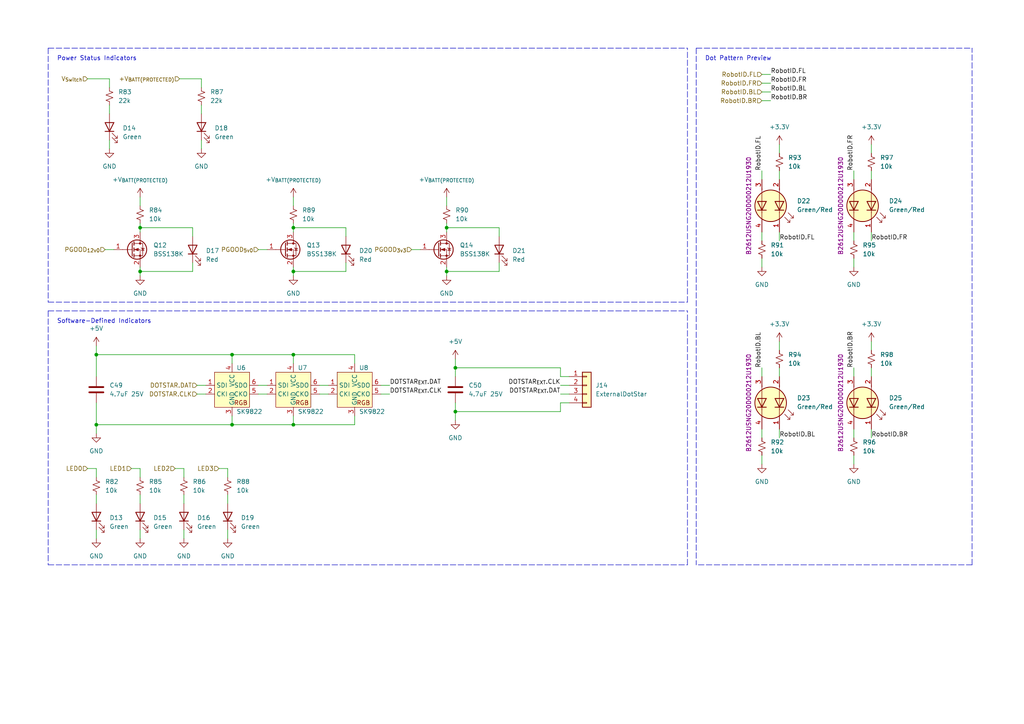
<source format=kicad_sch>
(kicad_sch (version 20211123) (generator eeschema)
  (paper "A4")
  (title_block (title "Control") (date "2023-02-09") (rev "1.0.0") (company "The A-Team (RC SSL)") (comment 1 "W. Stuckey & R. Osawa"))
  (lib_symbols
    (symbol "AT-LED:LED_Dual_KAAK" (pin_names (offset 0) hide)
      (property "Reference" "D" (at 0 5.715 0))
      (property "Value" "LED_Dual_KAAK" (at 0 -6.35 0))
      (symbol "LED_Dual_KAAK_0_1"
        (polyline (pts (xy -5.08 -2.54) (xy 2.032 -2.54)))
        (polyline (pts (xy -5.08 2.54) (xy 2.032 2.54)))
        (polyline (pts (xy 1.27 -1.27) (xy 1.27 -3.81)) (stroke (width 0.254)))
        (polyline (pts (xy 1.27 3.81) (xy 1.27 1.27)) (stroke (width 0.254)))
        (polyline (pts (xy 3.81 -2.54) (xy 1.905 -2.54)))
        (polyline (pts (xy 3.81 2.54) (xy 1.905 2.54)))
        (polyline (pts (xy -1.27 -1.27) (xy -1.27 -3.81) (xy 1.27 -2.54) (xy -1.27 -1.27)) (stroke (width 0.254)))
        (polyline (pts (xy -1.27 3.81) (xy -1.27 1.27) (xy 1.27 2.54) (xy -1.27 3.81)) (stroke (width 0.254)))
        (polyline (pts (xy 2.032 5.08) (xy 3.556 6.604) (xy 2.794 6.604) (xy 3.556 6.604) (xy 3.556 5.842)))
        (polyline (pts (xy 3.302 4.064) (xy 4.826 5.588) (xy 4.064 5.588) (xy 4.826 5.588) (xy 4.826 4.826)))
        (circle (center 0 0) (radius 4.572) (stroke (width 0.254)) (fill (type background)))
      )
      (symbol "LED_Dual_KAAK_1_1"
        (pin input line (at 7.62 2.54 180) (length 3.81) (name "K1") (number "1"))
        (pin input line (at -7.62 2.54 0) (length 3.048) (name "A1") (number "2"))
        (pin input line (at -7.62 -2.54 0) (length 3.048) (name "A2") (number "3"))
        (pin input line (at 7.62 -2.54 180) (length 3.81) (name "K2") (number "4"))
      )
    )
    (symbol "AT-LED:SK9822"
      (property "Reference" "U" (at 1.27 6.35 0))
      (property "Value" "SK9822" (at 5.08 -6.35 0))
      (symbol "SK9822_0_0"
        (text "RGB" (at 2.54 -3.81 0) (effects (font (size 1.27 1.27))))
      )
      (symbol "SK9822_0_1"
        (rectangle (start -5.08 5.08) (end 5.08 -5.08) (stroke (width 0.1524)) (fill (type background)))
      )
      (symbol "SK9822_1_1"
        (pin input line (at -7.62 1.27 0) (length 2.54) (name "SDI") (number "1"))
        (pin input line (at -7.62 -1.27 0) (length 2.54) (name "CKI") (number "2"))
        (pin power_in line (at 0 -7.62 90) (length 2.54) (name "GND") (number "3"))
        (pin power_in line (at 0 7.62 270) (length 2.54) (name "VCC") (number "4"))
        (pin output line (at 7.62 -1.27 180) (length 2.54) (name "CKO") (number "5"))
        (pin output line (at 7.62 1.27 180) (length 2.54) (name "SDO") (number "6"))
      )
    )
    (symbol "AT-Supplies:+V_{BATT(PROTECTED)}" (power) (pin_names (offset 0)) (in_bom no) (on_board no)
      (property "Value" "+V_{BATT(PROTECTED)}" (at 0 5.08 0))
      (symbol "+V_{BATT(PROTECTED)}_0_1"
        (polyline (pts (xy -0.76 1.27) (xy 0.002 2.54)))
        (polyline (pts (xy 0.002 0) (xy 0.002 2.54)))
        (polyline (pts (xy 0.002 2.54) (xy 0.764 1.27)))
      )
      (symbol "+V_{BATT(PROTECTED)}_1_1"
        (pin power_in line (at 0 0 90) (length 0) hide (name "+V_{BATT(PROTECTED)}") (number "1"))
      )
    )
    (symbol "Connector_Generic:Conn_01x04" (pin_names (offset 1.016) hide)
      (property "Reference" "J" (at 0 5.08 0))
      (property "Value" "Conn_01x04" (at 0 -7.62 0))
      (symbol "Conn_01x04_1_1"
        (rectangle (start -1.27 -4.953) (end 0 -5.207) (stroke (width 0.1524)))
        (rectangle (start -1.27 -2.413) (end 0 -2.667) (stroke (width 0.1524)))
        (rectangle (start -1.27 0.127) (end 0 -0.127) (stroke (width 0.1524)))
        (rectangle (start -1.27 2.667) (end 0 2.413) (stroke (width 0.1524)))
        (rectangle (start -1.27 3.81) (end 1.27 -6.35) (stroke (width 0.254)) (fill (type background)))
        (pin passive line (at -5.08 2.54 0) (length 3.81) (name "Pin_1") (number "1"))
        (pin passive line (at -5.08 0 0) (length 3.81) (name "Pin_2") (number "2"))
        (pin passive line (at -5.08 -2.54 0) (length 3.81) (name "Pin_3") (number "3"))
        (pin passive line (at -5.08 -5.08 0) (length 3.81) (name "Pin_4") (number "4"))
      )
    )
    (symbol "Device:C" (pin_numbers hide) (pin_names (offset 0.254))
      (property "Reference" "C" (at 0.635 2.54 0))
      (property "Value" "C" (at 0.635 -2.54 0))
      (symbol "C_0_1"
        (polyline (pts (xy -2.032 -0.762) (xy 2.032 -0.762)) (stroke (width 0.508)))
        (polyline (pts (xy -2.032 0.762) (xy 2.032 0.762)) (stroke (width 0.508)))
      )
      (symbol "C_1_1"
        (pin passive line (at 0 3.81 270) (length 2.794) (name "~") (number "1"))
        (pin passive line (at 0 -3.81 90) (length 2.794) (name "~") (number "2"))
      )
    )
    (symbol "Device:LED" (pin_numbers hide) (pin_names (offset 1.016) hide)
      (property "Reference" "D" (at 0 2.54 0))
      (property "Value" "LED" (at 0 -2.54 0))
      (symbol "LED_0_1"
        (polyline (pts (xy -1.27 -1.27) (xy -1.27 1.27)) (stroke (width 0.254)))
        (polyline (pts (xy -1.27 0) (xy 1.27 0)))
        (polyline (pts (xy 1.27 -1.27) (xy 1.27 1.27) (xy -1.27 0) (xy 1.27 -1.27)) (stroke (width 0.254)))
        (polyline (pts (xy -3.048 -0.762) (xy -4.572 -2.286) (xy -3.81 -2.286) (xy -4.572 -2.286) (xy -4.572 -1.524)))
        (polyline (pts (xy -1.778 -0.762) (xy -3.302 -2.286) (xy -2.54 -2.286) (xy -3.302 -2.286) (xy -3.302 -1.524)))
      )
      (symbol "LED_1_1"
        (pin passive line (at -3.81 0 0) (length 2.54) (name "K") (number "1"))
        (pin passive line (at 3.81 0 180) (length 2.54) (name "A") (number "2"))
      )
    )
    (symbol "Device:Q_NMOS_GSD" (pin_names (offset 0) hide)
      (property "Reference" "Q" (at 5.08 1.27 0))
      (property "Value" "Q_NMOS_GSD" (at 5.08 -1.27 0))
      (symbol "Q_NMOS_GSD_0_1"
        (polyline (pts (xy 0.254 0) (xy -2.54 0)))
        (polyline (pts (xy 0.254 1.905) (xy 0.254 -1.905)) (stroke (width 0.254)))
        (polyline (pts (xy 0.762 -1.27) (xy 0.762 -2.286)) (stroke (width 0.254)))
        (polyline (pts (xy 0.762 0.508) (xy 0.762 -0.508)) (stroke (width 0.254)))
        (polyline (pts (xy 0.762 2.286) (xy 0.762 1.27)) (stroke (width 0.254)))
        (polyline (pts (xy 2.54 2.54) (xy 2.54 1.778)))
        (polyline (pts (xy 2.54 -2.54) (xy 2.54 0) (xy 0.762 0)))
        (polyline (pts (xy 0.762 -1.778) (xy 3.302 -1.778) (xy 3.302 1.778) (xy 0.762 1.778)))
        (polyline (pts (xy 1.016 0) (xy 2.032 0.381) (xy 2.032 -0.381) (xy 1.016 0)) (fill (type outline)))
        (polyline (pts (xy 2.794 0.508) (xy 2.921 0.381) (xy 3.683 0.381) (xy 3.81 0.254)))
        (polyline (pts (xy 3.302 0.381) (xy 2.921 -0.254) (xy 3.683 -0.254) (xy 3.302 0.381)))
        (circle (center 1.651 0) (radius 2.794) (stroke (width 0.254)))
        (circle (center 2.54 -1.778) (radius 0.254) (fill (type outline)))
        (circle (center 2.54 1.778) (radius 0.254) (fill (type outline)))
      )
      (symbol "Q_NMOS_GSD_1_1"
        (pin input line (at -5.08 0 0) (length 2.54) (name "G") (number "1"))
        (pin passive line (at 2.54 -5.08 90) (length 2.54) (name "S") (number "2"))
        (pin passive line (at 2.54 5.08 270) (length 2.54) (name "D") (number "3"))
      )
    )
    (symbol "Device:R_Small_US" (pin_numbers hide) (pin_names (offset 0.254) hide)
      (property "Reference" "R" (at 0.762 0.508 0))
      (property "Value" "R_Small_US" (at 0.762 -1.016 0))
      (symbol "R_Small_US_1_1"
        (polyline (pts (xy 0 0) (xy 1.016 -0.381) (xy 0 -0.762) (xy -1.016 -1.143) (xy 0 -1.524)))
        (polyline (pts (xy 0 1.524) (xy 1.016 1.143) (xy 0 0.762) (xy -1.016 0.381) (xy 0 0)))
        (pin passive line (at 0 2.54 270) (length 1.016) (name "~") (number "1"))
        (pin passive line (at 0 -2.54 90) (length 1.016) (name "~") (number "2"))
      )
    )
    (symbol "power:+3.3V" (power) (pin_names (offset 0))
      (property "Value" "+3.3V" (at 0 3.556 0))
      (symbol "+3.3V_0_1"
        (polyline (pts (xy -0.762 1.27) (xy 0 2.54)))
        (polyline (pts (xy 0 0) (xy 0 2.54)))
        (polyline (pts (xy 0 2.54) (xy 0.762 1.27)))
      )
      (symbol "+3.3V_1_1"
        (pin power_in line (at 0 0 90) (length 0) hide (name "+3.3V") (number "1"))
      )
    )
    (symbol "power:+5V" (power) (pin_names (offset 0))
      (property "Value" "+5V" (at 0 3.556 0))
      (symbol "+5V_0_1"
        (polyline (pts (xy -0.762 1.27) (xy 0 2.54)))
        (polyline (pts (xy 0 0) (xy 0 2.54)))
        (polyline (pts (xy 0 2.54) (xy 0.762 1.27)))
      )
      (symbol "+5V_1_1"
        (pin power_in line (at 0 0 90) (length 0) hide (name "+5V") (number "1"))
      )
    )
    (symbol "power:GND" (power) (pin_names (offset 0))
      (property "Value" "GND" (at 0 -3.81 0))
      (symbol "GND_0_1"
        (polyline (pts (xy 0 0) (xy 0 -1.27) (xy 1.27 -1.27) (xy 0 -2.54) (xy -1.27 -1.27) (xy 0 -1.27)))
      )
      (symbol "GND_1_1"
        (pin power_in line (at 0 0 270) (length 0) hide (name "GND") (number "1"))
      )
    )
  )
  (junction (at 27.94 102.87))
  (junction (at 27.94 123.19))
  (junction (at 40.64 78.74))
  (junction (at 67.31 102.87))
  (junction (at 67.31 123.19))
  (junction (at 85.09 66.04))
  (junction (at 85.09 78.74))
  (junction (at 40.64 66.04))
  (junction (at 85.09 123.19))
  (junction (at 129.54 66.04))
  (junction (at 132.08 106.68))
  (junction (at 85.09 102.87))
  (junction (at 132.08 119.38))
  (junction (at 129.54 78.74))
  (polyline (pts (xy 13.97 13.97) (xy 199.39 13.97)) (stroke (width 0) (type dash)))
  (wire (pts (xy 223.52 26.67) (xy 220.98 26.67)))
  (wire (pts (xy 162.56 111.76) (xy 165.1 111.76)))
  (wire (pts (xy 27.94 123.19) (xy 67.31 123.19)))
  (wire (pts (xy 162.56 116.84) (xy 162.56 119.38)))
  (wire (pts (xy 129.54 57.15) (xy 129.54 59.69)))
  (wire (pts (xy 27.94 135.89) (xy 27.94 138.43)))
  (wire (pts (xy 220.98 106.68) (xy 220.98 109.22)))
  (wire (pts (xy 252.73 41.91) (xy 252.73 44.45)))
  (polyline (pts (xy 13.97 87.63) (xy 199.39 87.63)) (stroke (width 0) (type dash)))
  (wire (pts (xy 85.09 64.77) (xy 85.09 66.04)))
  (wire (pts (xy 220.98 49.53) (xy 220.98 52.07)))
  (wire (pts (xy 129.54 66.04) (xy 144.78 66.04)))
  (wire (pts (xy 144.78 68.58) (xy 144.78 66.04)))
  (wire (pts (xy 40.64 77.47) (xy 40.64 78.74)))
  (wire (pts (xy 95.25 111.76) (xy 92.71 111.76)))
  (wire (pts (xy 226.06 127) (xy 226.06 124.46)))
  (wire (pts (xy 85.09 66.04) (xy 85.09 67.31)))
  (wire (pts (xy 132.08 116.84) (xy 132.08 119.38)))
  (wire (pts (xy 162.56 109.22) (xy 162.56 106.68)))
  (wire (pts (xy 247.65 49.53) (xy 247.65 52.07)))
  (wire (pts (xy 132.08 119.38) (xy 132.08 121.92)))
  (wire (pts (xy 252.73 69.85) (xy 252.73 67.31)))
  (wire (pts (xy 226.06 41.91) (xy 226.06 44.45)))
  (wire (pts (xy 226.06 99.06) (xy 226.06 101.6)))
  (wire (pts (xy 25.4 135.89) (xy 27.94 135.89)))
  (wire (pts (xy 129.54 78.74) (xy 129.54 80.01)))
  (wire (pts (xy 100.33 68.58) (xy 100.33 66.04)))
  (wire (pts (xy 27.94 143.51) (xy 27.94 146.05)))
  (wire (pts (xy 53.34 153.67) (xy 53.34 156.21)))
  (polyline (pts (xy 201.93 13.97) (xy 201.93 163.83)) (stroke (width 0) (type dash)))
  (wire (pts (xy 113.03 111.76) (xy 110.49 111.76)))
  (wire (pts (xy 252.73 49.53) (xy 252.73 52.07)))
  (wire (pts (xy 220.98 74.93) (xy 220.98 77.47)))
  (wire (pts (xy 31.75 30.48) (xy 31.75 33.02)))
  (wire (pts (xy 100.33 76.2) (xy 100.33 78.74)))
  (wire (pts (xy 144.78 76.2) (xy 144.78 78.74)))
  (wire (pts (xy 132.08 106.68) (xy 132.08 109.22)))
  (wire (pts (xy 129.54 64.77) (xy 129.54 66.04)))
  (wire (pts (xy 85.09 78.74) (xy 100.33 78.74)))
  (wire (pts (xy 252.73 99.06) (xy 252.73 101.6)))
  (wire (pts (xy 40.64 78.74) (xy 40.64 80.01)))
  (wire (pts (xy 226.06 106.68) (xy 226.06 109.22)))
  (wire (pts (xy 66.04 135.89) (xy 66.04 138.43)))
  (wire (pts (xy 85.09 77.47) (xy 85.09 78.74)))
  (polyline (pts (xy 13.97 163.83) (xy 199.39 163.83)) (stroke (width 0) (type dash)))
  (wire (pts (xy 132.08 119.38) (xy 162.56 119.38)))
  (wire (pts (xy 162.56 114.3) (xy 165.1 114.3)))
  (polyline (pts (xy 281.94 163.83) (xy 201.93 163.83)) (stroke (width 0) (type dash)))
  (wire (pts (xy 50.8 135.89) (xy 53.34 135.89)))
  (wire (pts (xy 129.54 78.74) (xy 144.78 78.74)))
  (wire (pts (xy 40.64 143.51) (xy 40.64 146.05)))
  (wire (pts (xy 119.38 72.39) (xy 121.92 72.39)))
  (wire (pts (xy 40.64 78.74) (xy 55.88 78.74)))
  (wire (pts (xy 85.09 57.15) (xy 85.09 59.69)))
  (wire (pts (xy 58.42 40.64) (xy 58.42 43.18)))
  (wire (pts (xy 66.04 143.51) (xy 66.04 146.05)))
  (wire (pts (xy 226.06 49.53) (xy 226.06 52.07)))
  (wire (pts (xy 95.25 114.3) (xy 92.71 114.3)))
  (wire (pts (xy 66.04 153.67) (xy 66.04 156.21)))
  (wire (pts (xy 40.64 135.89) (xy 40.64 138.43)))
  (wire (pts (xy 247.65 106.68) (xy 247.65 109.22)))
  (wire (pts (xy 31.75 40.64) (xy 31.75 43.18)))
  (wire (pts (xy 53.34 135.89) (xy 53.34 138.43)))
  (wire (pts (xy 30.48 72.39) (xy 33.02 72.39)))
  (wire (pts (xy 226.06 69.85) (xy 226.06 67.31)))
  (wire (pts (xy 102.87 120.65) (xy 102.87 123.19)))
  (wire (pts (xy 132.08 106.68) (xy 162.56 106.68)))
  (wire (pts (xy 85.09 120.65) (xy 85.09 123.19)))
  (wire (pts (xy 129.54 66.04) (xy 129.54 67.31)))
  (polyline (pts (xy 281.94 163.83) (xy 281.94 13.97)) (stroke (width 0) (type dash)))
  (wire (pts (xy 223.52 24.13) (xy 220.98 24.13)))
  (wire (pts (xy 40.64 64.77) (xy 40.64 66.04)))
  (wire (pts (xy 252.73 127) (xy 252.73 124.46)))
  (wire (pts (xy 85.09 102.87) (xy 85.09 105.41)))
  (wire (pts (xy 57.15 111.76) (xy 59.69 111.76)))
  (wire (pts (xy 74.93 72.39) (xy 77.47 72.39)))
  (wire (pts (xy 113.03 114.3) (xy 110.49 114.3)))
  (wire (pts (xy 252.73 106.68) (xy 252.73 109.22)))
  (wire (pts (xy 53.34 143.51) (xy 53.34 146.05)))
  (wire (pts (xy 85.09 102.87) (xy 102.87 102.87)))
  (wire (pts (xy 57.15 114.3) (xy 59.69 114.3)))
  (wire (pts (xy 223.52 29.21) (xy 220.98 29.21)))
  (wire (pts (xy 67.31 123.19) (xy 85.09 123.19)))
  (wire (pts (xy 40.64 153.67) (xy 40.64 156.21)))
  (wire (pts (xy 27.94 100.33) (xy 27.94 102.87)))
  (wire (pts (xy 67.31 102.87) (xy 85.09 102.87)))
  (wire (pts (xy 55.88 68.58) (xy 55.88 66.04)))
  (wire (pts (xy 220.98 67.31) (xy 220.98 69.85)))
  (wire (pts (xy 31.75 22.86) (xy 31.75 25.4)))
  (polyline (pts (xy 13.97 90.17) (xy 13.97 163.83)) (stroke (width 0) (type dash)))
  (wire (pts (xy 165.1 109.22) (xy 162.56 109.22)))
  (wire (pts (xy 25.4 22.86) (xy 31.75 22.86)))
  (wire (pts (xy 67.31 102.87) (xy 67.31 105.41)))
  (wire (pts (xy 102.87 102.87) (xy 102.87 105.41)))
  (polyline (pts (xy 199.39 163.83) (xy 199.39 90.17)) (stroke (width 0) (type dash)))
  (wire (pts (xy 40.64 66.04) (xy 40.64 67.31)))
  (wire (pts (xy 52.07 22.86) (xy 58.42 22.86)))
  (wire (pts (xy 223.52 21.59) (xy 220.98 21.59)))
  (wire (pts (xy 85.09 123.19) (xy 102.87 123.19)))
  (wire (pts (xy 247.65 67.31) (xy 247.65 69.85)))
  (wire (pts (xy 220.98 132.08) (xy 220.98 134.62)))
  (wire (pts (xy 77.47 114.3) (xy 74.93 114.3)))
  (wire (pts (xy 85.09 78.74) (xy 85.09 80.01)))
  (wire (pts (xy 247.65 132.08) (xy 247.65 134.62)))
  (polyline (pts (xy 13.97 13.97) (xy 13.97 87.63)) (stroke (width 0) (type dash)))
  (wire (pts (xy 27.94 123.19) (xy 27.94 125.73)))
  (wire (pts (xy 165.1 116.84) (xy 162.56 116.84)))
  (wire (pts (xy 27.94 102.87) (xy 67.31 102.87)))
  (wire (pts (xy 132.08 104.14) (xy 132.08 106.68)))
  (wire (pts (xy 220.98 124.46) (xy 220.98 127)))
  (wire (pts (xy 40.64 57.15) (xy 40.64 59.69)))
  (wire (pts (xy 27.94 102.87) (xy 27.94 109.22)))
  (polyline (pts (xy 199.39 87.63) (xy 199.39 13.97)) (stroke (width 0) (type dash)))
  (wire (pts (xy 58.42 22.86) (xy 58.42 25.4)))
  (wire (pts (xy 129.54 77.47) (xy 129.54 78.74)))
  (wire (pts (xy 58.42 30.48) (xy 58.42 33.02)))
  (wire (pts (xy 40.64 66.04) (xy 55.88 66.04)))
  (wire (pts (xy 67.31 120.65) (xy 67.31 123.19)))
  (polyline (pts (xy 13.97 90.17) (xy 199.39 90.17)) (stroke (width 0) (type dash)))
  (wire (pts (xy 77.47 111.76) (xy 74.93 111.76)))
  (wire (pts (xy 85.09 66.04) (xy 100.33 66.04)))
  (wire (pts (xy 38.1 135.89) (xy 40.64 135.89)))
  (wire (pts (xy 63.5 135.89) (xy 66.04 135.89)))
  (polyline (pts (xy 201.93 13.97) (xy 281.94 13.97)) (stroke (width 0) (type dash)))
  (wire (pts (xy 55.88 76.2) (xy 55.88 78.74)))
  (wire (pts (xy 27.94 153.67) (xy 27.94 156.21)))
  (wire (pts (xy 247.65 124.46) (xy 247.65 127)))
  (wire (pts (xy 27.94 116.84) (xy 27.94 123.19)))
  (wire (pts (xy 247.65 74.93) (xy 247.65 77.47)))
  (text "Software-Defined Indicators" (at 16.51 93.98 0) (effects (font (size 1.27 1.27)) (justify left bottom)))
  (text "Power Status Indicators" (at 16.51 17.78 0) (effects (font (size 1.27 1.27)) (justify left bottom)))
  (text "Dot Pattern Preview" (at 204.47 17.78 0) (effects (font (size 1.27 1.27)) (justify left bottom)))
  (label "RobotID.BR" (at 247.65 106.68 90))
  (label "DOTSTAR_{EXT}.DAT" (at 113.03 111.76 0))
  (label "RobotID.FR" (at 247.65 49.53 90))
  (label "RobotID.BR" (at 252.73 127 0))
  (label "RobotID.BL" (at 223.52 26.67 0))
  (label "DOTSTAR_{EXT}.CLK" (at 113.03 114.3 0))
  (label "DOTSTAR_{EXT}.CLK" (at 162.56 111.76 180))
  (label "RobotID.FL" (at 220.98 49.53 90))
  (label "RobotID.FL" (at 226.06 69.85 0))
  (label "RobotID.BR" (at 223.52 29.21 0))
  (label "RobotID.FR" (at 252.73 69.85 0))
  (label "RobotID.BL" (at 226.06 127 0))
  (label "DOTSTAR_{EXT}.DAT" (at 162.56 114.3 180))
  (label "RobotID.FR" (at 223.52 24.13 0))
  (label "RobotID.BL" (at 220.98 106.68 90))
  (label "RobotID.FL" (at 223.52 21.59 0))
  (hierarchical_label "PGOOD_{5v0}" (shape input) (at 74.93 72.39 180))
  (hierarchical_label "RobotID.FR" (shape input) (at 220.98 24.13 180))
  (hierarchical_label "RobotID.BR" (shape input) (at 220.98 29.21 180))
  (hierarchical_label "V_{Switch}" (shape input) (at 25.4 22.86 180))
  (hierarchical_label "LED3" (shape input) (at 63.5 135.89 180))
  (hierarchical_label "RobotID.BL" (shape input) (at 220.98 26.67 180))
  (hierarchical_label "PGOOD_{12v0}" (shape input) (at 30.48 72.39 180))
  (hierarchical_label "RobotID.FL" (shape input) (at 220.98 21.59 180))
  (hierarchical_label "LED1" (shape input) (at 38.1 135.89 180))
  (hierarchical_label "+V_{BATT(PROTECTED)}" (shape input) (at 52.07 22.86 180))
  (hierarchical_label "PGOOD_{3v3}" (shape input) (at 119.38 72.39 180))
  (hierarchical_label "DOTSTAR.DAT" (shape input) (at 57.15 111.76 180))
  (hierarchical_label "DOTSTAR.CLK" (shape input) (at 57.15 114.3 180))
  (hierarchical_label "LED2" (shape input) (at 50.8 135.89 180))
  (hierarchical_label "LED0" (shape input) (at 25.4 135.89 180))
  (symbol (lib_id "power:+3.3V") (at 226.06 41.91 0) (unit 1)
    (property "Reference" "#PWR0146" (effects hide))
    (property "Value" "+3.3V" (at 226.06 36.83 0))
  )
  (symbol (lib_id "Device:R_Small_US") (at 220.98 129.54 180) (unit 1)
    (property "Reference" "R92" (at 223.52 128.2699 0) (effects (justify right)))
    (property "Value" "10k" (at 223.52 130.8099 0) (effects (justify right)))
    (property "Footprint" "Resistor_SMD:R_0402_1005Metric" (effects hide))
  )
  (symbol (lib_id "AT-LED:SK9822") (at 102.87 113.03 0) (unit 1)
    (property "Reference" "U8" (at 104.14 106.68 0) (effects (justify left)))
    (property "Value" "SK9822" (at 104.14 119.38 0) (effects (justify left)))
    (property "Footprint" "AT-LED:SK9822" (effects hide))
    (property "Datasheet" "https://cdn-shop.adafruit.com/product-files/2343/SK9822_SHIJI.pdf" (effects hide))
  )
  (symbol (lib_id "power:GND") (at 85.09 80.01 0) (unit 1)
    (property "Reference" "#PWR0139" (effects hide))
    (property "Value" "GND" (at 85.09 85.09 0))
  )
  (symbol (lib_id "power:GND") (at 129.54 80.01 0) (unit 1)
    (property "Reference" "#PWR0141" (effects hide))
    (property "Value" "GND" (at 129.54 85.09 0))
  )
  (symbol (lib_id "Device:LED") (at 66.04 149.86 90) (unit 1)
    (property "Reference" "D19" (at 69.85 150.1774 90) (effects (justify right)))
    (property "Value" "Green" (at 69.85 152.7174 90) (effects (justify right)))
    (property "Footprint" "AT-LED:LED0603" (effects hide))
  )
  (symbol (lib_id "Device:R_Small_US") (at 27.94 140.97 0) (unit 1)
    (property "Reference" "R82" (at 30.48 139.6999 0) (effects (justify left)))
    (property "Value" "10k" (at 30.48 142.2399 0) (effects (justify left)))
    (property "Footprint" "Resistor_SMD:R_0402_1005Metric" (effects hide))
  )
  (symbol (lib_id "Device:R_Small_US") (at 247.65 129.54 180) (unit 1)
    (property "Reference" "R96" (at 250.19 128.2699 0) (effects (justify right)))
    (property "Value" "10k" (at 250.19 130.8099 0) (effects (justify right)))
    (property "Footprint" "Resistor_SMD:R_0402_1005Metric" (effects hide))
  )
  (symbol (lib_id "power:GND") (at 31.75 43.18 0) (unit 1)
    (property "Reference" "#PWR0131" (effects hide))
    (property "Value" "GND" (at 31.75 48.26 0))
  )
  (symbol (lib_id "Device:R_Small_US") (at 58.42 27.94 0) (unit 1)
    (property "Reference" "R87" (at 60.96 26.6699 0) (effects (justify left)))
    (property "Value" "22k" (at 60.96 29.2099 0) (effects (justify left)))
    (property "Footprint" "Resistor_SMD:R_0402_1005Metric" (effects hide))
  )
  (symbol (lib_id "Device:R_Small_US") (at 226.06 104.14 180) (unit 1)
    (property "Reference" "R94" (at 228.6 102.8699 0) (effects (justify right)))
    (property "Value" "10k" (at 228.6 105.4099 0) (effects (justify right)))
    (property "Footprint" "Resistor_SMD:R_0402_1005Metric" (effects hide))
  )
  (symbol (lib_id "power:GND") (at 27.94 125.73 0) (unit 1)
    (property "Reference" "#PWR0129" (effects hide))
    (property "Value" "GND" (at 27.94 130.81 0))
  )
  (symbol (lib_id "Device:R_Small_US") (at 53.34 140.97 0) (unit 1)
    (property "Reference" "R86" (at 55.88 139.6999 0) (effects (justify left)))
    (property "Value" "10k" (at 55.88 142.2399 0) (effects (justify left)))
    (property "Footprint" "Resistor_SMD:R_0402_1005Metric" (effects hide))
  )
  (symbol (lib_id "Device:R_Small_US") (at 252.73 104.14 180) (unit 1)
    (property "Reference" "R98" (at 255.27 102.8699 0) (effects (justify right)))
    (property "Value" "10k" (at 255.27 105.4099 0) (effects (justify right)))
    (property "Footprint" "Resistor_SMD:R_0402_1005Metric" (effects hide))
  )
  (symbol (lib_id "power:GND") (at 53.34 156.21 0) (unit 1)
    (property "Reference" "#PWR0135" (effects hide))
    (property "Value" "GND" (at 53.34 161.29 0))
  )
  (symbol (lib_id "Device:LED") (at 40.64 149.86 90) (unit 1)
    (property "Reference" "D15" (at 44.45 150.1774 90) (effects (justify right)))
    (property "Value" "Green" (at 44.45 152.7174 90) (effects (justify right)))
    (property "Footprint" "AT-LED:LED0603" (effects hide))
  )
  (symbol (lib_id "Connector_Generic:Conn_01x04") (at 170.18 111.76 0) (unit 1) (in_bom no)
    (property "Reference" "J14" (at 172.72 111.7599 0) (effects (justify left)))
    (property "Value" "ExternalDotStar" (at 172.72 114.2999 0) (effects (justify left)))
    (property "Footprint" "Connector_PinSocket_2.54mm:PinSocket_1x04_P2.54mm_Vertical" (effects hide))
  )
  (symbol (lib_id "power:GND") (at 58.42 43.18 0) (unit 1)
    (property "Reference" "#PWR0136" (effects hide))
    (property "Value" "GND" (at 58.42 48.26 0))
  )
  (symbol (lib_id "AT-Supplies:+V_{BATT(PROTECTED)}") (at 129.54 57.15 0) (unit 1) (in_bom no) (on_board no)
    (property "Reference" "#PWR0140" (effects hide))
    (property "Value" "+V_{BATT(PROTECTED)}" (at 129.542 52.07 0))
  )
  (symbol (lib_id "AT-LED:SK9822") (at 67.31 113.03 0) (unit 1)
    (property "Reference" "U6" (at 68.58 106.68 0) (effects (justify left)))
    (property "Value" "SK9822" (at 68.58 119.38 0) (effects (justify left)))
    (property "Footprint" "AT-LED:SK9822" (effects hide))
    (property "Datasheet" "https://cdn-shop.adafruit.com/product-files/2343/SK9822_SHIJI.pdf" (effects hide))
  )
  (symbol (lib_id "Device:R_Small_US") (at 226.06 46.99 180) (unit 1)
    (property "Reference" "R93" (at 228.6 45.7199 0) (effects (justify right)))
    (property "Value" "10k" (at 228.6 48.2599 0) (effects (justify right)))
    (property "Footprint" "Resistor_SMD:R_0402_1005Metric" (effects hide))
  )
  (symbol (lib_id "Device:LED") (at 100.33 72.39 90) (unit 1)
    (property "Reference" "D20" (at 104.14 72.7074 90) (effects (justify right)))
    (property "Value" "Red" (at 104.14 75.2474 90) (effects (justify right)))
    (property "Footprint" "AT-LED:LED0603" (effects hide))
  )
  (symbol (lib_id "Device:LED") (at 58.42 36.83 90) (unit 1)
    (property "Reference" "D18" (at 62.23 37.1474 90) (effects (justify right)))
    (property "Value" "Green" (at 62.23 39.6874 90) (effects (justify right)))
    (property "Footprint" "AT-LED:LED0603" (effects hide))
  )
  (symbol (lib_id "Device:LED") (at 53.34 149.86 90) (unit 1)
    (property "Reference" "D16" (at 57.15 150.1774 90) (effects (justify right)))
    (property "Value" "Green" (at 57.15 152.7174 90) (effects (justify right)))
    (property "Footprint" "AT-LED:LED0603" (effects hide))
  )
  (symbol (lib_id "AT-Supplies:+V_{BATT(PROTECTED)}") (at 40.64 57.15 0) (unit 1) (in_bom no) (on_board no)
    (property "Reference" "#PWR0132" (effects hide))
    (property "Value" "+V_{BATT(PROTECTED)}" (at 40.642 52.07 0))
  )
  (symbol (lib_id "power:+3.3V") (at 252.73 99.06 0) (unit 1)
    (property "Reference" "#PWR0151" (effects hide))
    (property "Value" "+3.3V" (at 252.73 93.98 0))
  )
  (symbol (lib_id "power:+5V") (at 132.08 104.14 0) (unit 1)
    (property "Reference" "#PWR0142" (effects hide))
    (property "Value" "+5V" (at 132.08 99.06 0))
  )
  (symbol (lib_id "AT-LED:LED_Dual_KAAK") (at 250.19 116.84 270) (unit 1)
    (property "Reference" "D25" (at 257.81 115.4429 90) (effects (justify left)))
    (property "Value" "Green/Red" (at 257.81 117.9829 90) (effects (justify left)))
    (property "Footprint" "AT-LED:LED0606_CCW" (effects hide))
    (property "Value2" "B2612USNG20D000212U1930" (at 243.84 116.84 0))
  )
  (symbol (lib_id "Device:LED") (at 31.75 36.83 90) (unit 1)
    (property "Reference" "D14" (at 35.56 37.1474 90) (effects (justify right)))
    (property "Value" "Green" (at 35.56 39.6874 90) (effects (justify right)))
    (property "Footprint" "AT-LED:LED0603" (effects hide))
  )
  (symbol (lib_id "Device:R_Small_US") (at 247.65 72.39 180) (unit 1)
    (property "Reference" "R95" (at 250.19 71.1199 0) (effects (justify right)))
    (property "Value" "10k" (at 250.19 73.6599 0) (effects (justify right)))
    (property "Footprint" "Resistor_SMD:R_0402_1005Metric" (effects hide))
  )
  (symbol (lib_id "Device:R_Small_US") (at 40.64 62.23 0) (unit 1)
    (property "Reference" "R84" (at 43.18 60.9599 0) (effects (justify left)))
    (property "Value" "10k" (at 43.18 63.4999 0) (effects (justify left)))
    (property "Footprint" "Resistor_SMD:R_0402_1005Metric" (effects hide))
  )
  (symbol (lib_id "Device:R_Small_US") (at 85.09 62.23 0) (unit 1)
    (property "Reference" "R89" (at 87.63 60.9599 0) (effects (justify left)))
    (property "Value" "10k" (at 87.63 63.4999 0) (effects (justify left)))
    (property "Footprint" "Resistor_SMD:R_0402_1005Metric" (effects hide))
  )
  (symbol (lib_id "power:GND") (at 132.08 121.92 0) (unit 1)
    (property "Reference" "#PWR0143" (effects hide))
    (property "Value" "GND" (at 132.08 127 0))
  )
  (symbol (lib_id "power:GND") (at 247.65 134.62 0) (unit 1)
    (property "Reference" "#PWR0149" (effects hide))
    (property "Value" "GND" (at 247.65 139.7 0))
  )
  (symbol (lib_id "power:GND") (at 247.65 77.47 0) (unit 1)
    (property "Reference" "#PWR0148" (effects hide))
    (property "Value" "GND" (at 247.65 82.55 0))
  )
  (symbol (lib_id "Device:R_Small_US") (at 129.54 62.23 0) (unit 1)
    (property "Reference" "R90" (at 132.08 60.9599 0) (effects (justify left)))
    (property "Value" "10k" (at 132.08 63.4999 0) (effects (justify left)))
    (property "Footprint" "Resistor_SMD:R_0402_1005Metric" (effects hide))
  )
  (symbol (lib_id "power:GND") (at 220.98 77.47 0) (unit 1)
    (property "Reference" "#PWR0144" (effects hide))
    (property "Value" "GND" (at 220.98 82.55 0))
  )
  (symbol (lib_id "Device:LED") (at 27.94 149.86 90) (unit 1)
    (property "Reference" "D13" (at 31.75 150.1774 90) (effects (justify right)))
    (property "Value" "Green" (at 31.75 152.7174 90) (effects (justify right)))
    (property "Footprint" "AT-LED:LED0603" (effects hide))
  )
  (symbol (lib_id "Device:Q_NMOS_GSD") (at 127 72.39 0) (unit 1)
    (property "Reference" "Q14" (at 133.35 71.1199 0) (effects (justify left)))
    (property "Value" "BSS138K" (at 133.35 73.6599 0) (effects (justify left)))
    (property "Footprint" "Package_TO_SOT_SMD:SOT-23" (effects hide))
  )
  (symbol (lib_id "power:+3.3V") (at 226.06 99.06 0) (unit 1)
    (property "Reference" "#PWR0147" (effects hide))
    (property "Value" "+3.3V" (at 226.06 93.98 0))
  )
  (symbol (lib_id "Device:C") (at 132.08 113.03 180) (unit 1)
    (property "Reference" "C50" (at 135.89 111.7599 0) (effects (justify right)))
    (property "Value" "4.7uF 25V" (at 135.89 114.2999 0) (effects (justify right)))
    (property "Footprint" "Capacitor_SMD:C_0805_2012Metric" (effects hide))
  )
  (symbol (lib_id "power:+3.3V") (at 252.73 41.91 0) (unit 1)
    (property "Reference" "#PWR0150" (effects hide))
    (property "Value" "+3.3V" (at 252.73 36.83 0))
  )
  (symbol (lib_id "power:+5V") (at 27.94 100.33 0) (unit 1)
    (property "Reference" "#PWR0128" (effects hide))
    (property "Value" "+5V" (at 27.94 95.25 0))
  )
  (symbol (lib_id "Device:C") (at 27.94 113.03 180) (unit 1)
    (property "Reference" "C49" (at 31.75 111.7599 0) (effects (justify right)))
    (property "Value" "4.7uF 25V" (at 31.75 114.2999 0) (effects (justify right)))
    (property "Footprint" "Capacitor_SMD:C_0805_2012Metric" (effects hide))
  )
  (symbol (lib_id "Device:R_Small_US") (at 66.04 140.97 0) (unit 1)
    (property "Reference" "R88" (at 68.58 139.6999 0) (effects (justify left)))
    (property "Value" "10k" (at 68.58 142.2399 0) (effects (justify left)))
    (property "Footprint" "Resistor_SMD:R_0402_1005Metric" (effects hide))
  )
  (symbol (lib_id "power:GND") (at 40.64 156.21 0) (unit 1)
    (property "Reference" "#PWR0134" (effects hide))
    (property "Value" "GND" (at 40.64 161.29 0))
  )
  (symbol (lib_id "power:GND") (at 27.94 156.21 0) (unit 1)
    (property "Reference" "#PWR0130" (effects hide))
    (property "Value" "GND" (at 27.94 161.29 0))
  )
  (symbol (lib_id "Device:R_Small_US") (at 40.64 140.97 0) (unit 1)
    (property "Reference" "R85" (at 43.18 139.6999 0) (effects (justify left)))
    (property "Value" "10k" (at 43.18 142.2399 0) (effects (justify left)))
    (property "Footprint" "Resistor_SMD:R_0402_1005Metric" (effects hide))
  )
  (symbol (lib_id "Device:R_Small_US") (at 31.75 27.94 0) (unit 1)
    (property "Reference" "R83" (at 34.29 26.6699 0) (effects (justify left)))
    (property "Value" "22k" (at 34.29 29.2099 0) (effects (justify left)))
    (property "Footprint" "Resistor_SMD:R_0402_1005Metric" (effects hide))
  )
  (symbol (lib_id "Device:LED") (at 55.88 72.39 90) (unit 1)
    (property "Reference" "D17" (at 59.69 72.7074 90) (effects (justify right)))
    (property "Value" "Red" (at 59.69 75.2474 90) (effects (justify right)))
    (property "Footprint" "AT-LED:LED0603" (effects hide))
  )
  (symbol (lib_id "power:GND") (at 66.04 156.21 0) (unit 1)
    (property "Reference" "#PWR0137" (effects hide))
    (property "Value" "GND" (at 66.04 161.29 0))
  )
  (symbol (lib_id "AT-LED:LED_Dual_KAAK") (at 250.19 59.69 270) (unit 1)
    (property "Reference" "D24" (at 257.81 58.2929 90) (effects (justify left)))
    (property "Value" "Green/Red" (at 257.81 60.8329 90) (effects (justify left)))
    (property "Footprint" "AT-LED:LED0606_CCW" (effects hide))
    (property "Value2" "B2612USNG20D000212U1930" (at 243.84 59.69 0))
  )
  (symbol (lib_id "power:GND") (at 220.98 134.62 0) (unit 1)
    (property "Reference" "#PWR0145" (effects hide))
    (property "Value" "GND" (at 220.98 139.7 0))
  )
  (symbol (lib_id "AT-LED:SK9822") (at 85.09 113.03 0) (unit 1)
    (property "Reference" "U7" (at 86.36 106.68 0) (effects (justify left)))
    (property "Value" "SK9822" (at 86.36 119.38 0) (effects (justify left)))
    (property "Footprint" "AT-LED:SK9822" (effects hide))
    (property "Datasheet" "https://cdn-shop.adafruit.com/product-files/2343/SK9822_SHIJI.pdf" (effects hide))
  )
  (symbol (lib_id "Device:R_Small_US") (at 252.73 46.99 180) (unit 1)
    (property "Reference" "R97" (at 255.27 45.7199 0) (effects (justify right)))
    (property "Value" "10k" (at 255.27 48.2599 0) (effects (justify right)))
    (property "Footprint" "Resistor_SMD:R_0402_1005Metric" (effects hide))
  )
  (symbol (lib_id "Device:Q_NMOS_GSD") (at 82.55 72.39 0) (unit 1)
    (property "Reference" "Q13" (at 88.9 71.1199 0) (effects (justify left)))
    (property "Value" "BSS138K" (at 88.9 73.6599 0) (effects (justify left)))
    (property "Footprint" "Package_TO_SOT_SMD:SOT-23" (effects hide))
  )
  (symbol (lib_id "AT-LED:LED_Dual_KAAK") (at 223.52 59.69 270) (unit 1)
    (property "Reference" "D22" (at 231.14 58.2929 90) (effects (justify left)))
    (property "Value" "Green/Red" (at 231.14 60.8329 90) (effects (justify left)))
    (property "Footprint" "AT-LED:LED0606_CCW" (effects hide))
    (property "Value2" "B2612USNG20D000212U1930" (at 217.17 59.69 0))
  )
  (symbol (lib_id "AT-Supplies:+V_{BATT(PROTECTED)}") (at 85.09 57.15 0) (unit 1) (in_bom no) (on_board no)
    (property "Reference" "#PWR0138" (effects hide))
    (property "Value" "+V_{BATT(PROTECTED)}" (at 85.092 52.07 0))
  )
  (symbol (lib_id "AT-LED:LED_Dual_KAAK") (at 223.52 116.84 270) (unit 1)
    (property "Reference" "D23" (at 231.14 115.4429 90) (effects (justify left)))
    (property "Value" "Green/Red" (at 231.14 117.9829 90) (effects (justify left)))
    (property "Footprint" "AT-LED:LED0606_CCW" (effects hide))
    (property "Value2" "B2612USNG20D000212U1930" (at 217.17 116.84 0))
  )
  (symbol (lib_id "power:GND") (at 40.64 80.01 0) (unit 1)
    (property "Reference" "#PWR0133" (effects hide))
    (property "Value" "GND" (at 40.64 85.09 0))
  )
  (symbol (lib_id "Device:LED") (at 144.78 72.39 90) (unit 1)
    (property "Reference" "D21" (at 148.59 72.7074 90) (effects (justify right)))
    (property "Value" "Red" (at 148.59 75.2474 90) (effects (justify right)))
    (property "Footprint" "AT-LED:LED0603" (effects hide))
  )
  (symbol (lib_id "Device:R_Small_US") (at 220.98 72.39 180) (unit 1)
    (property "Reference" "R91" (at 223.52 71.1199 0) (effects (justify right)))
    (property "Value" "10k" (at 223.52 73.6599 0) (effects (justify right)))
    (property "Footprint" "Resistor_SMD:R_0402_1005Metric" (effects hide))
  )
  (symbol (lib_id "Device:Q_NMOS_GSD") (at 38.1 72.39 0) (unit 1)
    (property "Reference" "Q12" (at 44.45 71.1199 0) (effects (justify left)))
    (property "Value" "BSS138K" (at 44.45 73.6599 0) (effects (justify left)))
    (property "Footprint" "Package_TO_SOT_SMD:SOT-23" (effects hide))
  )
)
</source>
